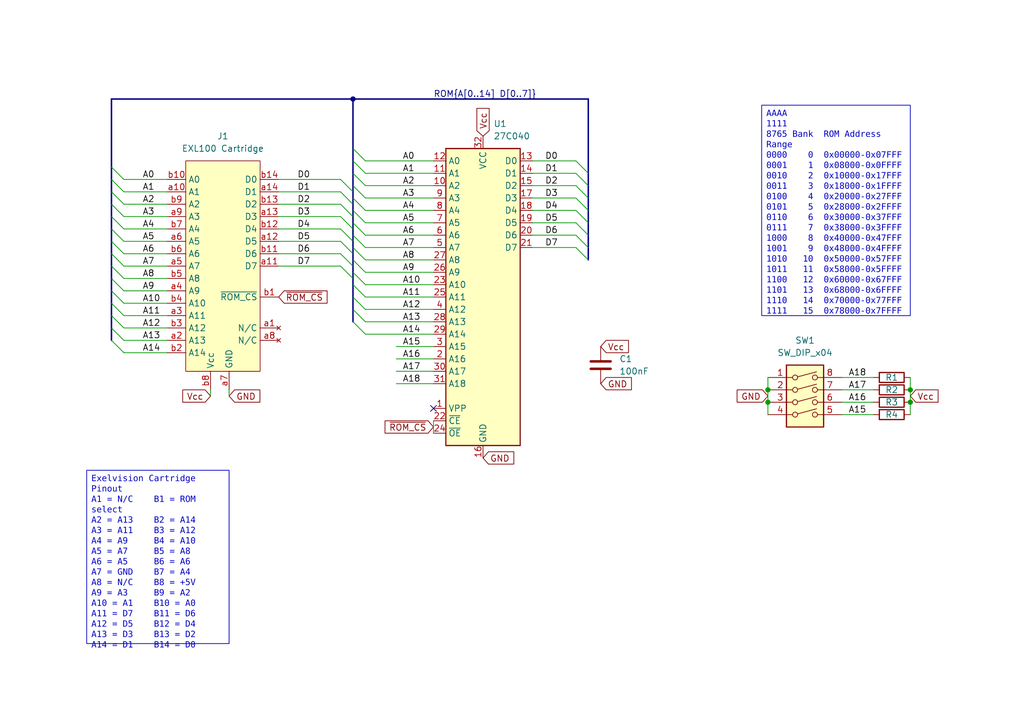
<source format=kicad_sch>
(kicad_sch (version 20250114) (generator "eeschema") (generator_version "9.0")
  (paper "A5")
  (title_block (title "Exelvision EXLROM Cartridge") (date "31-Mar-2025") (company "Brett Hallen") (comment 1 "www.youtube.com/@Brfff"))
  (lib_symbols
    (symbol "Clueless_Engineer:EXL100_Cartridge"
      (property "Reference" "J" (at -1.016 21.082 0))
      (property "Value" "EXL100 Cartridge" (at 0.254 19.05 0))
      (symbol "EXL100_Cartridge_1_1"
        (rectangle (start -7.62 17.78) (end 7.62 -25.4) (fill (type background)))
        (pin input line (at -11.43 13.97 0) (length 3.81) (name "A0") (number "b10"))
        (pin input line (at -11.43 11.43 0) (length 3.81) (name "A1") (number "a10"))
        (pin input line (at -11.43 8.89 0) (length 3.81) (name "A2") (number "b9"))
        (pin input line (at -11.43 6.35 0) (length 3.81) (name "A3") (number "a9"))
        (pin input line (at -11.43 3.81 0) (length 3.81) (name "A4") (number "b7"))
        (pin input line (at -11.43 1.27 0) (length 3.81) (name "A5") (number "a6"))
        (pin input line (at -11.43 -1.27 0) (length 3.81) (name "A6") (number "b6"))
        (pin input line (at -11.43 -3.81 0) (length 3.81) (name "A7") (number "a5"))
        (pin input line (at -11.43 -6.35 0) (length 3.81) (name "A8") (number "b5"))
        (pin input line (at -11.43 -8.89 0) (length 3.81) (name "A9") (number "a4"))
        (pin input line (at -11.43 -11.43 0) (length 3.81) (name "A10") (number "b4"))
        (pin input line (at -11.43 -13.97 0) (length 3.81) (name "A11") (number "a3"))
        (pin input line (at -11.43 -16.51 0) (length 3.81) (name "A12") (number "b3"))
        (pin input line (at -11.43 -19.05 0) (length 3.81) (name "A13") (number "a2"))
        (pin input line (at -11.43 -21.59 0) (length 3.81) (name "A14") (number "b2"))
        (pin power_in line (at -2.54 -29.21 90) (length 3.81) (name "Vcc") (number "b8"))
        (pin power_in line (at 1.27 -29.21 90) (length 3.81) (name "GND") (number "a7"))
        (pin output line (at 11.43 13.97 180) (length 3.81) (name "D0") (number "b14"))
        (pin output line (at 11.43 11.43 180) (length 3.81) (name "D1") (number "a14"))
        (pin output line (at 11.43 8.89 180) (length 3.81) (name "D2") (number "b13"))
        (pin output line (at 11.43 6.35 180) (length 3.81) (name "D3") (number "a13"))
        (pin output line (at 11.43 3.81 180) (length 3.81) (name "D4") (number "b12"))
        (pin output line (at 11.43 1.27 180) (length 3.81) (name "D5") (number "a12"))
        (pin output line (at 11.43 -1.27 180) (length 3.81) (name "D6") (number "b11"))
        (pin output line (at 11.43 -3.81 180) (length 3.81) (name "D7") (number "a11"))
        (pin input line (at 11.43 -10.16 180) (length 3.81) (name "~{ROM_CS}") (number "b1"))
        (pin no_connect line (at 11.43 -16.51 180) (length 3.81) (name "N/C") (number "a1"))
        (pin no_connect line (at 11.43 -19.05 180) (length 3.81) (name "N/C") (number "a8"))
      )
    )
    (symbol "Device:C" (pin_numbers (hide yes)) (pin_names (offset 0.254))
      (property "Reference" "C" (at 0.635 2.54 0))
      (property "Value" "C" (at 0.635 -2.54 0))
      (symbol "C_0_1"
        (polyline (pts (xy -2.032 0.762) (xy 2.032 0.762)) (stroke (width 0.508)))
        (polyline (pts (xy -2.032 -0.762) (xy 2.032 -0.762)) (stroke (width 0.508)))
      )
      (symbol "C_1_1"
        (pin passive line (at 0 3.81 270) (length 2.794) (name "~") (number "1"))
        (pin passive line (at 0 -3.81 90) (length 2.794) (name "~") (number "2"))
      )
    )
    (symbol "Device:R" (pin_numbers (hide yes)) (pin_names (offset 0))
      (property "Reference" "R" (at 2.032 0 90))
      (property "Value" "R" (at 0 0 90))
      (symbol "R_0_1"
        (rectangle (start -1.016 -2.54) (end 1.016 2.54) (stroke (width 0.254)))
      )
      (symbol "R_1_1"
        (pin passive line (at 0 3.81 270) (length 1.27) (name "~") (number "1"))
        (pin passive line (at 0 -3.81 90) (length 1.27) (name "~") (number "2"))
      )
    )
    (symbol "Memory_EPROM:27C040"
      (property "Reference" "U" (at -7.62 31.75 0))
      (property "Value" "27C040" (at 2.54 -31.75 0))
      (symbol "27C040_1_1"
        (rectangle (start -7.62 30.48) (end 7.62 -30.48) (stroke (width 0.254)) (fill (type background)))
        (pin input line (at -10.16 27.94 0) (length 2.54) (name "A0") (number "12"))
        (pin input line (at -10.16 25.4 0) (length 2.54) (name "A1") (number "11"))
        (pin input line (at -10.16 22.86 0) (length 2.54) (name "A2") (number "10"))
        (pin input line (at -10.16 20.32 0) (length 2.54) (name "A3") (number "9"))
        (pin input line (at -10.16 17.78 0) (length 2.54) (name "A4") (number "8"))
        (pin input line (at -10.16 15.24 0) (length 2.54) (name "A5") (number "7"))
        (pin input line (at -10.16 12.7 0) (length 2.54) (name "A6") (number "6"))
        (pin input line (at -10.16 10.16 0) (length 2.54) (name "A7") (number "5"))
        (pin input line (at -10.16 7.62 0) (length 2.54) (name "A8") (number "27"))
        (pin input line (at -10.16 5.08 0) (length 2.54) (name "A9") (number "26"))
        (pin input line (at -10.16 2.54 0) (length 2.54) (name "A10") (number "23"))
        (pin input line (at -10.16 0 0) (length 2.54) (name "A11") (number "25"))
        (pin input line (at -10.16 -2.54 0) (length 2.54) (name "A12") (number "4"))
        (pin input line (at -10.16 -5.08 0) (length 2.54) (name "A13") (number "28"))
        (pin input line (at -10.16 -7.62 0) (length 2.54) (name "A14") (number "29"))
        (pin input line (at -10.16 -10.16 0) (length 2.54) (name "A15") (number "3"))
        (pin input line (at -10.16 -12.7 0) (length 2.54) (name "A16") (number "2"))
        (pin input line (at -10.16 -15.24 0) (length 2.54) (name "A17") (number "30"))
        (pin input line (at -10.16 -17.78 0) (length 2.54) (name "A18") (number "31"))
        (pin input line (at -10.16 -22.86 0) (length 2.54) (name "VPP") (number "1"))
        (pin input line (at -10.16 -25.4 0) (length 2.54) (name "~{CE}") (number "22"))
        (pin input line (at -10.16 -27.94 0) (length 2.54) (name "~{OE}") (number "24"))
        (pin power_in line (at 0 33.02 270) (length 2.54) (name "VCC") (number "32"))
        (pin power_in line (at 0 -33.02 90) (length 2.54) (name "GND") (number "16"))
        (pin tri_state line (at 10.16 27.94 180) (length 2.54) (name "D0") (number "13"))
        (pin tri_state line (at 10.16 25.4 180) (length 2.54) (name "D1") (number "14"))
        (pin tri_state line (at 10.16 22.86 180) (length 2.54) (name "D2") (number "15"))
        (pin tri_state line (at 10.16 20.32 180) (length 2.54) (name "D3") (number "17"))
        (pin tri_state line (at 10.16 17.78 180) (length 2.54) (name "D4") (number "18"))
        (pin tri_state line (at 10.16 15.24 180) (length 2.54) (name "D5") (number "19"))
        (pin tri_state line (at 10.16 12.7 180) (length 2.54) (name "D6") (number "20"))
        (pin tri_state line (at 10.16 10.16 180) (length 2.54) (name "D7") (number "21"))
      )
    )
    (symbol "Switch:SW_DIP_x04" (pin_names (offset 0) (hide yes))
      (property "Reference" "SW" (at 0 8.89 0))
      (property "Value" "SW_DIP_x04" (at 0 -6.35 0))
      (symbol "SW_DIP_x04_0_0"
        (circle (center -2.032 5.08) (radius 0.508))
        (circle (center -2.032 2.54) (radius 0.508))
        (circle (center -2.032 0) (radius 0.508))
        (circle (center -2.032 -2.54) (radius 0.508))
        (polyline (pts (xy -1.524 5.207) (xy 2.3622 6.2484)))
        (polyline (pts (xy -1.524 2.667) (xy 2.3622 3.7084)))
        (polyline (pts (xy -1.524 0.127) (xy 2.3622 1.1684)))
        (polyline (pts (xy -1.524 -2.3876) (xy 2.3622 -1.3462)))
        (circle (center 2.032 5.08) (radius 0.508))
        (circle (center 2.032 2.54) (radius 0.508))
        (circle (center 2.032 0) (radius 0.508))
        (circle (center 2.032 -2.54) (radius 0.508))
      )
      (symbol "SW_DIP_x04_0_1"
        (rectangle (start -3.81 7.62) (end 3.81 -5.08) (stroke (width 0.254)) (fill (type background)))
      )
      (symbol "SW_DIP_x04_1_1"
        (pin passive line (at -7.62 5.08 0) (length 5.08) (name "~") (number "1"))
        (pin passive line (at -7.62 2.54 0) (length 5.08) (name "~") (number "2"))
        (pin passive line (at -7.62 0 0) (length 5.08) (name "~") (number "3"))
        (pin passive line (at -7.62 -2.54 0) (length 5.08) (name "~") (number "4"))
        (pin passive line (at 7.62 5.08 180) (length 5.08) (name "~") (number "8"))
        (pin passive line (at 7.62 2.54 180) (length 5.08) (name "~") (number "7"))
        (pin passive line (at 7.62 0 180) (length 5.08) (name "~") (number "6"))
        (pin passive line (at 7.62 -2.54 180) (length 5.08) (name "~") (number "5"))
      )
    )
  )
  (text_box "Exelvision Cartridge Pinout\nA1 = N/C    B1 = ROM select\nA2 = A13    B2 = A14\nA3 = A11    B3 = A12\nA4 = A9     B4 = A10\nA5 = A7     B5 = A8\nA6 = A5     B6 = A6\nA7 = GND    B7 = A4\nA8 = N/C    B8 = +5V\nA9 = A3     B9 = A2\nA10 = A1    B10 = A0\nA11 = D7    B11 = D6\nA12 = D5    B12 = D4\nA13 = D3    B13 = D2\nA14 = D1    B14 = D0\n" (at 17.78 96.52 0) (size 29.21 35.56) (margins 0.9525 0.9525 0.9525 0.9525) (effects (font (size 1.27 1.27)) (justify left top)))
  (text_box "AAAA \n1111\n8765 Bank  ROM Address Range\n0000    0  0x00000-0x07FFF\n0001    1  0x08000-0x0FFFF\n0010    2  0x10000-0x17FFF\n0011    3  0x18000-0x1FFFF\n0100    4  0x20000-0x27FFF\n0101    5  0x28000-0x2FFFF\n0110    6  0x30000-0x37FFF\n0111    7  0x38000-0x3FFFF\n1000    8  0x40000-0x47FFF\n1001    9  0x48000-0x4FFFF\n1010   10  0x50000-0x57FFF\n1011   11  0x58000-0x5FFFF\n1100   12  0x60000-0x67FFF\n1101   13  0x68000-0x6FFFF\n1110   14  0x70000-0x77FFF\n1111   15  0x78000-0x7FFFF" (at 156.21 21.59 0) (size 30.48 43.18) (margins 0.9525 0.9525 0.9525 0.9525) (effects (font (size 1.27 1.27)) (justify left top)))
  (junction (at 157.48 80.01))
  (junction (at 72.39 20.32))
  (junction (at 186.69 80.01))
  (junction (at 186.69 82.55))
  (junction (at 157.48 82.55))
  (no_connect (at 88.9 83.82))
  (bus_entry (at 22.86 59.69) (size 2.54 2.54))
  (bus_entry (at 69.85 46.99) (size 2.54 2.54))
  (bus_entry (at 72.39 58.42) (size 2.54 2.54))
  (bus_entry (at 72.39 63.5) (size 2.54 2.54))
  (bus_entry (at 72.39 48.26) (size 2.54 2.54))
  (bus_entry (at 22.86 69.85) (size 2.54 2.54))
  (bus_entry (at 69.85 52.07) (size 2.54 2.54))
  (bus_entry (at 22.86 64.77) (size 2.54 2.54))
  (bus_entry (at 118.11 48.26) (size 2.54 2.54))
  (bus_entry (at 72.39 55.88) (size 2.54 2.54))
  (bus_entry (at 118.11 45.72) (size 2.54 2.54))
  (bus_entry (at 22.86 52.07) (size 2.54 2.54))
  (bus_entry (at 69.85 44.45) (size 2.54 2.54))
  (bus_entry (at 72.39 35.56) (size 2.54 2.54))
  (bus_entry (at 72.39 60.96) (size 2.54 2.54))
  (bus_entry (at 22.86 67.31) (size 2.54 2.54))
  (bus_entry (at 72.39 53.34) (size 2.54 2.54))
  (bus_entry (at 22.86 34.29) (size 2.54 2.54))
  (bus_entry (at 72.39 45.72) (size 2.54 2.54))
  (bus_entry (at 118.11 50.8) (size 2.54 2.54))
  (bus_entry (at 22.86 41.91) (size 2.54 2.54))
  (bus_entry (at 69.85 36.83) (size 2.54 2.54))
  (bus_entry (at 72.39 40.64) (size 2.54 2.54))
  (bus_entry (at 118.11 33.02) (size 2.54 2.54))
  (bus_entry (at 22.86 36.83) (size 2.54 2.54))
  (bus_entry (at 118.11 40.64) (size 2.54 2.54))
  (bus_entry (at 22.86 57.15) (size 2.54 2.54))
  (bus_entry (at 69.85 54.61) (size 2.54 2.54))
  (bus_entry (at 22.86 44.45) (size 2.54 2.54))
  (bus_entry (at 69.85 39.37) (size 2.54 2.54))
  (bus_entry (at 69.85 49.53) (size 2.54 2.54))
  (bus_entry (at 118.11 38.1) (size 2.54 2.54))
  (bus_entry (at 118.11 43.18) (size 2.54 2.54))
  (bus_entry (at 72.39 43.18) (size 2.54 2.54))
  (bus_entry (at 22.86 62.23) (size 2.54 2.54))
  (bus_entry (at 72.39 30.48) (size 2.54 2.54))
  (bus_entry (at 118.11 35.56) (size 2.54 2.54))
  (bus_entry (at 69.85 41.91) (size 2.54 2.54))
  (bus_entry (at 22.86 54.61) (size 2.54 2.54))
  (bus_entry (at 72.39 50.8) (size 2.54 2.54))
  (bus_entry (at 22.86 49.53) (size 2.54 2.54))
  (bus_entry (at 22.86 46.99) (size 2.54 2.54))
  (bus_entry (at 72.39 38.1) (size 2.54 2.54))
  (bus_entry (at 72.39 66.04) (size 2.54 2.54))
  (bus_entry (at 72.39 33.02) (size 2.54 2.54))
  (bus_entry (at 22.86 39.37) (size 2.54 2.54))
  (wire (pts (xy 25.4 72.39) (xy 34.29 72.39)))
  (bus (pts (xy 72.39 45.72) (xy 72.39 46.99)))
  (wire (pts (xy 25.4 54.61) (xy 34.29 54.61)))
  (bus (pts (xy 72.39 52.07) (xy 72.39 53.34)))
  (wire (pts (xy 25.4 52.07) (xy 34.29 52.07)))
  (wire (pts (xy 25.4 59.69) (xy 34.29 59.69)))
  (wire (pts (xy 109.22 40.64) (xy 118.11 40.64)))
  (wire (pts (xy 74.93 35.56) (xy 88.9 35.56)))
  (bus (pts (xy 72.39 40.64) (xy 72.39 41.91)))
  (bus (pts (xy 120.65 38.1) (xy 120.65 40.64)))
  (bus (pts (xy 72.39 53.34) (xy 72.39 54.61)))
  (wire (pts (xy 88.9 86.36) (xy 88.9 88.9)))
  (wire (pts (xy 186.69 80.01) (xy 186.69 82.55)))
  (wire (pts (xy 25.4 67.31) (xy 34.29 67.31)))
  (wire (pts (xy 57.15 49.53) (xy 69.85 49.53)))
  (wire (pts (xy 74.93 63.5) (xy 88.9 63.5)))
  (bus (pts (xy 22.86 36.83) (xy 22.86 39.37)))
  (wire (pts (xy 57.15 44.45) (xy 69.85 44.45)))
  (bus (pts (xy 120.65 20.32) (xy 120.65 35.56)))
  (bus (pts (xy 120.65 48.26) (xy 120.65 50.8)))
  (wire (pts (xy 25.4 64.77) (xy 34.29 64.77)))
  (bus (pts (xy 72.39 43.18) (xy 72.39 44.45)))
  (wire (pts (xy 172.72 77.47) (xy 179.07 77.47)))
  (wire (pts (xy 172.72 85.09) (xy 179.07 85.09)))
  (wire (pts (xy 57.15 39.37) (xy 69.85 39.37)))
  (bus (pts (xy 72.39 55.88) (xy 72.39 57.15)))
  (wire (pts (xy 74.93 43.18) (xy 88.9 43.18)))
  (wire (pts (xy 109.22 38.1) (xy 118.11 38.1)))
  (wire (pts (xy 74.93 68.58) (xy 88.9 68.58)))
  (wire (pts (xy 157.48 80.01) (xy 157.48 82.55)))
  (bus (pts (xy 72.39 33.02) (xy 72.39 35.56)))
  (wire (pts (xy 109.22 48.26) (xy 118.11 48.26)))
  (bus (pts (xy 22.86 54.61) (xy 22.86 57.15)))
  (bus (pts (xy 72.39 49.53) (xy 72.39 50.8)))
  (wire (pts (xy 25.4 36.83) (xy 34.29 36.83)))
  (wire (pts (xy 57.15 36.83) (xy 69.85 36.83)))
  (bus (pts (xy 22.86 20.32) (xy 72.39 20.32)))
  (wire (pts (xy 74.93 58.42) (xy 88.9 58.42)))
  (wire (pts (xy 109.22 45.72) (xy 118.11 45.72)))
  (wire (pts (xy 74.93 53.34) (xy 88.9 53.34)))
  (bus (pts (xy 22.86 41.91) (xy 22.86 44.45)))
  (wire (pts (xy 25.4 44.45) (xy 34.29 44.45)))
  (bus (pts (xy 22.86 62.23) (xy 22.86 64.77)))
  (wire (pts (xy 25.4 62.23) (xy 34.29 62.23)))
  (bus (pts (xy 120.65 40.64) (xy 120.65 43.18)))
  (wire (pts (xy 74.93 50.8) (xy 88.9 50.8)))
  (wire (pts (xy 46.99 80.01) (xy 46.99 81.28)))
  (wire (pts (xy 74.93 60.96) (xy 88.9 60.96)))
  (wire (pts (xy 172.72 80.01) (xy 179.07 80.01)))
  (wire (pts (xy 74.93 38.1) (xy 88.9 38.1)))
  (bus (pts (xy 120.65 45.72) (xy 120.65 48.26)))
  (bus (pts (xy 72.39 20.32) (xy 120.65 20.32)))
  (bus (pts (xy 72.39 58.42) (xy 72.39 60.96)))
  (wire (pts (xy 43.18 80.01) (xy 43.18 81.28)))
  (bus (pts (xy 72.39 63.5) (xy 72.39 66.04)))
  (bus (pts (xy 72.39 46.99) (xy 72.39 48.26)))
  (bus (pts (xy 120.65 50.8) (xy 120.65 53.34)))
  (bus (pts (xy 72.39 30.48) (xy 72.39 33.02)))
  (wire (pts (xy 186.69 77.47) (xy 186.69 80.01)))
  (wire (pts (xy 109.22 35.56) (xy 118.11 35.56)))
  (wire (pts (xy 186.69 82.55) (xy 186.69 85.09)))
  (wire (pts (xy 25.4 46.99) (xy 34.29 46.99)))
  (wire (pts (xy 74.93 33.02) (xy 88.9 33.02)))
  (wire (pts (xy 74.93 55.88) (xy 88.9 55.88)))
  (wire (pts (xy 74.93 45.72) (xy 88.9 45.72)))
  (wire (pts (xy 74.93 66.04) (xy 88.9 66.04)))
  (wire (pts (xy 74.93 40.64) (xy 88.9 40.64)))
  (wire (pts (xy 25.4 57.15) (xy 34.29 57.15)))
  (wire (pts (xy 157.48 82.55) (xy 157.48 85.09)))
  (bus (pts (xy 72.39 48.26) (xy 72.39 49.53)))
  (bus (pts (xy 22.86 52.07) (xy 22.86 54.61)))
  (wire (pts (xy 157.48 77.47) (xy 157.48 80.01)))
  (bus (pts (xy 22.86 44.45) (xy 22.86 46.99)))
  (wire (pts (xy 81.28 71.12) (xy 88.9 71.12)))
  (wire (pts (xy 57.15 41.91) (xy 69.85 41.91)))
  (bus (pts (xy 22.86 49.53) (xy 22.86 52.07)))
  (bus (pts (xy 22.86 46.99) (xy 22.86 49.53)))
  (wire (pts (xy 109.22 33.02) (xy 118.11 33.02)))
  (wire (pts (xy 57.15 46.99) (xy 69.85 46.99)))
  (bus (pts (xy 72.39 54.61) (xy 72.39 55.88)))
  (bus (pts (xy 120.65 35.56) (xy 120.65 38.1)))
  (bus (pts (xy 72.39 35.56) (xy 72.39 38.1)))
  (wire (pts (xy 81.28 73.66) (xy 88.9 73.66)))
  (bus (pts (xy 72.39 44.45) (xy 72.39 45.72)))
  (wire (pts (xy 81.28 78.74) (xy 88.9 78.74)))
  (wire (pts (xy 25.4 39.37) (xy 34.29 39.37)))
  (bus (pts (xy 22.86 59.69) (xy 22.86 62.23)))
  (wire (pts (xy 109.22 50.8) (xy 118.11 50.8)))
  (bus (pts (xy 72.39 60.96) (xy 72.39 63.5)))
  (wire (pts (xy 57.15 52.07) (xy 69.85 52.07)))
  (bus (pts (xy 22.86 64.77) (xy 22.86 67.31)))
  (wire (pts (xy 57.15 54.61) (xy 69.85 54.61)))
  (wire (pts (xy 109.22 43.18) (xy 118.11 43.18)))
  (wire (pts (xy 25.4 49.53) (xy 34.29 49.53)))
  (wire (pts (xy 25.4 41.91) (xy 34.29 41.91)))
  (wire (pts (xy 25.4 69.85) (xy 34.29 69.85)))
  (bus (pts (xy 72.39 57.15) (xy 72.39 58.42)))
  (bus (pts (xy 22.86 67.31) (xy 22.86 69.85)))
  (bus (pts (xy 22.86 39.37) (xy 22.86 41.91)))
  (wire (pts (xy 74.93 48.26) (xy 88.9 48.26)))
  (bus (pts (xy 72.39 20.32) (xy 72.39 30.48)))
  (bus (pts (xy 22.86 57.15) (xy 22.86 59.69)))
  (bus (pts (xy 22.86 34.29) (xy 22.86 36.83)))
  (bus (pts (xy 72.39 50.8) (xy 72.39 52.07)))
  (wire (pts (xy 81.28 76.2) (xy 88.9 76.2)))
  (bus (pts (xy 72.39 39.37) (xy 72.39 40.64)))
  (bus (pts (xy 120.65 43.18) (xy 120.65 45.72)))
  (bus (pts (xy 72.39 41.91) (xy 72.39 43.18)))
  (bus (pts (xy 72.39 38.1) (xy 72.39 39.37)))
  (wire (pts (xy 172.72 82.55) (xy 179.07 82.55)))
  (bus (pts (xy 22.86 20.32) (xy 22.86 34.29)))
  (label "D2" (at 60.96 41.91 0))
  (label "A14" (at 82.55 68.58 0))
  (label "A4" (at 82.55 43.18 0))
  (label "A1" (at 29.21 39.37 0))
  (label "D4" (at 111.76 43.18 0))
  (label "A9" (at 29.21 59.69 0))
  (label "A15" (at 82.55 71.12 0))
  (label "D5" (at 60.96 49.53 0))
  (label "D1" (at 111.76 35.56 0))
  (label "A13" (at 29.21 69.85 0))
  (label "A11" (at 29.21 64.77 0))
  (label "D0" (at 60.96 36.83 0))
  (label "A4" (at 29.21 46.99 0))
  (label "D7" (at 111.76 50.8 0))
  (label "A7" (at 29.21 54.61 0))
  (label "A10" (at 82.55 58.42 0))
  (label "A16" (at 82.55 73.66 0))
  (label "A3" (at 29.21 44.45 0))
  (label "A18" (at 173.99 77.47 0))
  (label "A12" (at 29.21 67.31 0))
  (label "A5" (at 82.55 45.72 0))
  (label "D1" (at 60.96 39.37 0))
  (label "A17" (at 82.55 76.2 0))
  (label "A8" (at 29.21 57.15 0))
  (label "D5" (at 111.76 45.72 0))
  (label "A3" (at 82.55 40.64 0))
  (label "D7" (at 60.96 54.61 0))
  (label "A18" (at 82.55 78.74 0))
  (label "D3" (at 111.76 40.64 0))
  (label "A6" (at 29.21 52.07 0))
  (label "ROM{A[0..14] D[0..7]}" (at 88.9 20.32 0))
  (label "A12" (at 82.55 63.5 0))
  (label "A0" (at 82.55 33.02 0))
  (label "A13" (at 82.55 66.04 0))
  (label "A9" (at 82.55 55.88 0))
  (label "A14" (at 29.21 72.39 0))
  (label "D6" (at 60.96 52.07 0))
  (label "A17" (at 173.99 80.01 0))
  (label "A11" (at 82.55 60.96 0))
  (label "A5" (at 29.21 49.53 0))
  (label "A1" (at 82.55 35.56 0))
  (label "D6" (at 111.76 48.26 0))
  (label "A0" (at 29.21 36.83 0))
  (label "A16" (at 173.99 82.55 0))
  (label "D2" (at 111.76 38.1 0))
  (label "A15" (at 173.99 85.09 0))
  (label "D0" (at 111.76 33.02 0))
  (label "A2" (at 82.55 38.1 0))
  (label "A10" (at 29.21 62.23 0))
  (label "D3" (at 60.96 44.45 0))
  (label "A6" (at 82.55 48.26 0))
  (label "A2" (at 29.21 41.91 0))
  (label "A7" (at 82.55 50.8 0))
  (label "D4" (at 60.96 46.99 0))
  (label "A8" (at 82.55 53.34 0))
  (global_label "Vcc" (shape input) (at 123.19 71.12 0) (property "Intersheetrefs" "${INTERSHEET_REFS}" (effects (hide yes))))
  (global_label "GND" (shape input) (at 123.19 78.74 0) (property "Intersheetrefs" "${INTERSHEET_REFS}" (effects (hide yes))))
  (global_label "GND" (shape input) (at 99.06 93.98 0) (property "Intersheetrefs" "${INTERSHEET_REFS}" (effects (hide yes))))
  (global_label "Vcc" (shape input) (at 43.18 81.28 180) (property "Intersheetrefs" "${INTERSHEET_REFS}" (effects (hide yes))))
  (global_label "~{ROM_CS}" (shape input) (at 57.15 60.96 0) (property "Intersheetrefs" "${INTERSHEET_REFS}" (effects (hide yes))))
  (global_label "~{ROM_CS}" (shape input) (at 88.9 87.63 180) (property "Intersheetrefs" "${INTERSHEET_REFS}" (effects (hide yes))))
  (global_label "Vcc" (shape input) (at 186.69 81.28 0) (property "Intersheetrefs" "${INTERSHEET_REFS}" (effects (hide yes))))
  (global_label "Vcc" (shape input) (at 99.06 27.94 90) (property "Intersheetrefs" "${INTERSHEET_REFS}" (effects (hide yes))))
  (global_label "GND" (shape input) (at 157.48 81.28 180) (property "Intersheetrefs" "${INTERSHEET_REFS}" (effects (hide yes))))
  (global_label "GND" (shape input) (at 46.99 81.28 0) (property "Intersheetrefs" "${INTERSHEET_REFS}" (effects (hide yes))))
  (symbol (lib_id "Switch:SW_DIP_x04") (at 165.1 82.55 0) (unit 1)
    (property "Reference" "SW1" (at 165.1 69.85 0))
    (property "Value" "SW_DIP_x04" (at 165.1 72.39 0))
    (property "Footprint" "Button_Switch_THT:SW_DIP_SPSTx04_Slide_9.78x12.34mm_W7.62mm_P2.54mm" (effects (hide yes)))
    (property "Description" "4x DIP Switch, Single Pole Single Throw (SPST) switch, small symbol" (effects (hide yes)))
  )
  (symbol (lib_id "Device:R") (at 182.88 80.01 90) (unit 1)
    (property "Reference" "R2" (at 182.88 80.01 90))
    (property "Value" "10KΩ" (effects (hide yes)))
    (property "Footprint" "Resistor_THT:R_Axial_DIN0207_L6.3mm_D2.5mm_P10.16mm_Horizontal" (effects (hide yes)))
    (property "Description" "Resistor" (effects (hide yes)))
  )
  (symbol (lib_id "Device:R") (at 182.88 77.47 90) (unit 1)
    (property "Reference" "R1" (at 182.88 77.47 90))
    (property "Value" "10KΩ" (effects (hide yes)))
    (property "Footprint" "Resistor_THT:R_Axial_DIN0207_L6.3mm_D2.5mm_P10.16mm_Horizontal" (effects (hide yes)))
    (property "Description" "Resistor" (effects (hide yes)))
  )
  (symbol (lib_id "Clueless_Engineer:EXL100_Cartridge") (at 45.72 50.8 0) (unit 1)
    (property "Reference" "J1" (at 45.72 27.94 0))
    (property "Value" "EXL100 Cartridge" (at 45.72 30.48 0))
    (property "Footprint" "Clueless_Engineer:EXL100_Cartridge" (effects (hide yes)))
  )
  (symbol (lib_id "Device:R") (at 182.88 82.55 90) (unit 1)
    (property "Reference" "R3" (at 182.88 82.55 90))
    (property "Value" "10KΩ" (effects (hide yes)))
    (property "Footprint" "Resistor_THT:R_Axial_DIN0207_L6.3mm_D2.5mm_P10.16mm_Horizontal" (effects (hide yes)))
    (property "Description" "Resistor" (effects (hide yes)))
  )
  (symbol (lib_id "Memory_EPROM:27C040") (at 99.06 60.96 0) (unit 1)
    (property "Reference" "U1" (at 101.2033 25.4 0) (effects (justify left)))
    (property "Value" "27C040" (at 101.2033 27.94 0) (effects (justify left)))
    (property "Footprint" "Package_DIP:DIP-32_W15.24mm_Socket" (effects (hide yes)))
    (property "Datasheet" "http://ww1.microchip.com/downloads/en/devicedoc/doc0189.pdf" (effects (hide yes)))
    (property "Description" "OTP EPROM 4 MiBit (512 Ki x 8)" (effects (hide yes)))
  )
  (symbol (lib_id "Device:C") (at 123.19 74.93 0) (unit 1)
    (property "Reference" "C1" (at 127 73.6599 0) (effects (justify left)))
    (property "Value" "100nF" (at 127 76.1999 0) (effects (justify left)))
    (property "Footprint" "Capacitor_THT:C_Disc_D3.0mm_W2.0mm_P2.50mm" (effects (hide yes)))
    (property "Description" "Unpolarized capacitor" (effects (hide yes)))
  )
  (symbol (lib_id "Device:R") (at 182.88 85.09 90) (unit 1)
    (property "Reference" "R4" (at 182.88 85.09 90))
    (property "Value" "10KΩ" (effects (hide yes)))
    (property "Footprint" "Resistor_THT:R_Axial_DIN0207_L6.3mm_D2.5mm_P10.16mm_Horizontal" (effects (hide yes)))
    (property "Description" "Resistor" (effects (hide yes)))
  )
)
</source>
